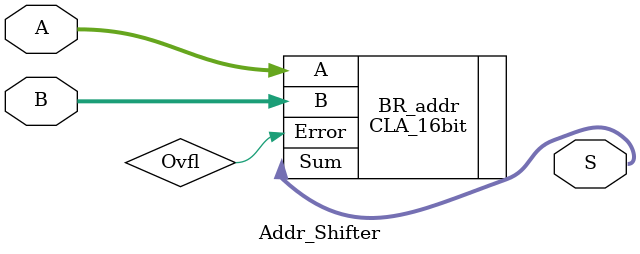
<source format=v>
module Addr_Shifter(A, B, S);
input [15:0] A; // Input the signextended branch addr that needs to be shifted left
input [15:0] B; // input for the next PC addr 
output [15:0] S;  //Sum of the two addrs
wire Ovfl;
// wire [15:0] A_shift; //shift the Br addr by 1 = *2

// assign A_shift = {A[14:0], 1'b0};
CLA_16bit BR_addr(.A(A), .B(B), .Sum(S), .Error(Ovfl));

endmodule

</source>
